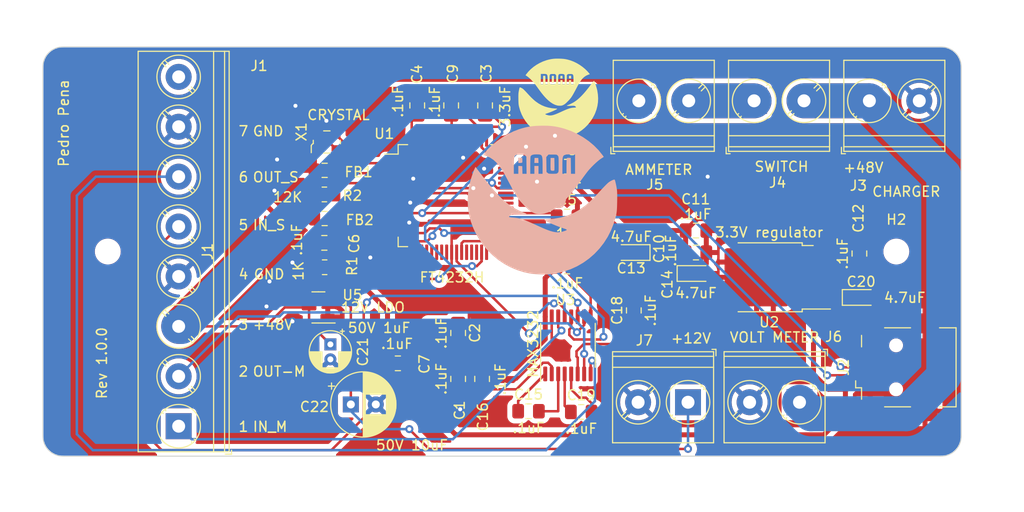
<source format=kicad_pcb>
(kicad_pcb (version 20221018) (generator pcbnew)
  (title_block (title "LADCP interface box") (rev "1.0.0"))
  (layers (0 "F.Cu" signal) (31 "B.Cu" signal) (34 "B.Paste" user) (35 "F.Paste" user) (36 "B.SilkS" user "B.Silkscreen") (37 "F.SilkS" user "F.Silkscreen") (38 "B.Mask" user) (39 "F.Mask" user) (44 "Edge.Cuts" user))
  (net 0 "")
  (net 1 "/+5V")
  (net 2 "GNDD")
  (net 3 "/+3.3V")
  (net 4 "/+1.8V")
  (net 5 "Net-(U3-C1+)")
  (net 6 "Net-(U3-C1-)")
  (net 7 "Net-(U3-VS+)")
  (net 8 "Net-(U3-VS-)")
  (net 9 "Net-(U3-C2+)")
  (net 10 "Net-(U3-C2-)")
  (net 11 "Net-(U1-VPHY)")
  (net 12 "Net-(U1-VPLL)")
  (net 13 "/RS232_ADCP_IN_MASTER")
  (net 14 "/RS232_ADCP_OUT_MASTER")
  (net 15 "/+48V")
  (net 16 "/RS232_ADCP_IN_SLAVE")
  (net 17 "/RS232_ADCP_OUT_SLAVE")
  (net 19 "Net-(J2-D-)")
  (net 20 "Net-(J2-D+)")
  (net 21 "Net-(J3-Pin_1)")
  (net 22 "Net-(J4-Pin_1)")
  (net 23 "Net-(U1-~{RESET})")
  (net 24 "Net-(U1-REF)")
  (net 25 "Net-(U1-OSCI)")
  (net 27 "/TTL_TX_A")
  (net 28 "/TTL_RX_A")
  (net 35 "/TTL_TX_B")
  (net 36 "/TTL_RX_B")
  (net 64 "/+12V")
  (footprint "TerminalBlock_Phoenix:TerminalBlock_Phoenix_PT-1,5-8-5.0-H_1x08_P5.00mm_Horizontal" (layer "F.Cu") (at 114.6 108 90)
    (fp_text reference "J1")
    (fp_text value "TERM BLK 8POS SIDE ENTRY 5MM PCB" hide)
  )
  (footprint "TerminalBlock_Phoenix:TerminalBlock_Phoenix_PT-1,5-2-5.0-H_1x02_P5.00mm_Horizontal" (layer "F.Cu") (at 160.7 75.4)
    (fp_text reference "J5")
    (fp_text value "AMMETER")
  )
  (footprint "Package_SO:TSSOP-16_4.4x5mm_P0.65mm" (layer "F.Cu") (at 153.6 99.9 90)
    (fp_text reference "U3")
    (fp_text value "MAX3232")
  )
  (footprint "Resistor_SMD:R_0805_2012Metric_Pad1.20x1.40mm_HandSolder" (layer "F.Cu") (at 129.2 84.779 180)
    (fp_text reference "R2")
    (fp_text value "12K")
  )
  (footprint "Capacitor_SMD:C_0805_2012Metric_Pad1.18x1.45mm_HandSolder" (layer "F.Cu") (at 142.6 103.2625 -90)
    (fp_text reference "C1")
    (fp_text value ".1uF")
  )
  (footprint "Connector_USB:USB_Mini-B_Wuerth_65100516121_Horizontal" (layer "F.Cu") (at 186.475 102.1 90)
    (fp_text reference "J2")
    (fp_text value "USB_B_Mini" hide)
  )
  (footprint "Inductor_SMD:L_0805_2012Metric_Pad1.15x1.40mm_HandSolder" (layer "F.Cu") (at 129.225 87.191)
    (fp_text reference "FB2")
    (fp_text value "FerriteBead_Small" hide)
  )
  (footprint "Resistor_SMD:R_0805_2012Metric_Pad1.20x1.40mm_HandSolder" (layer "F.Cu") (at 129.225 92.075 180)
    (fp_text reference "R1")
    (fp_text value "1K")
  )
  (footprint "Capacitor_Tantalum_SMD:CP_EIA-2012-12_Kemet-R_Pad1.30x1.05mm_HandSolder" (layer "F.Cu") (at 159.9375 90.6 180)
    (fp_text reference "C13")
    (fp_text value "4.7uF")
  )
  (footprint "Capacitor_SMD:C_0805_2012Metric_Pad1.18x1.45mm_HandSolder" (layer "F.Cu") (at 153.5125 92)
    (fp_text reference "C17")
    (fp_text value ".1uF")
  )
  (footprint "Capacitor_SMD:C_0805_2012Metric_Pad1.18x1.45mm_HandSolder" (layer "F.Cu") (at 145 103.2625 -90)
    (fp_text reference "C16")
    (fp_text value ".1uF")
  )
  (footprint "Capacitor_SMD:C_0805_2012Metric_Pad1.18x1.45mm_HandSolder" (layer "F.Cu") (at 153.5125 82)
    (fp_text reference "C8")
    (fp_text value ".1uF")
  )
  (footprint "MountingHole:MountingHole_2.1mm" (layer "F.Cu") (at 186.5 90.5)
    (fp_text reference "H2")
    (fp_text value "MountingHole" hide)
  )
  (footprint "Capacitor_Tantalum_SMD:CP_EIA-2012-12_Kemet-R_Pad1.30x1.05mm_HandSolder" (layer "F.Cu") (at 182.975 95.1)
    (fp_text reference "C20")
    (fp_text value "4.7uF")
  )
  (footprint "TerminalBlock_Phoenix:TerminalBlock_Phoenix_PT-1,5-2-5.0-H_1x02_P5.00mm_Horizontal" (layer "F.Cu") (at 183.8 75.4)
    (fp_text reference "J3")
    (fp_text value "CHARGER")
  )
  (footprint "Package_QFP:LQFP-64_10x10mm_P0.5mm" (layer "F.Cu") (at 141.7 84.9)
    (fp_text reference "U1")
    (fp_text value "FT4232H")
  )
  (footprint "Capacitor_SMD:C_0805_2012Metric_Pad1.18x1.45mm_HandSolder" (layer "F.Cu") (at 141.9 75.8625 90)
    (fp_text reference "C9")
    (fp_text value ".1uF")
  )
  (footprint "Capacitor_SMD:C_0805_2012Metric_Pad1.18x1.45mm_HandSolder" (layer "F.Cu") (at 154.93 106.57)
    (fp_text reference "C19")
    (fp_text value ".1uF")
  )
  (footprint "Inductor_SMD:L_0805_2012Metric_Pad1.15x1.40mm_HandSolder" (layer "F.Cu") (at 129.225 82.367)
    (fp_text reference "FB1")
    (fp_text value "FerriteBead_Small" hide)
  )
  (footprint "Oscillator:Oscillator_SMD_ECS_2520MV-xxx-xx-4Pin_2.5x2.0mm" (layer "F.Cu") (at 129.445 79.525 90)
    (fp_text reference "X1")
    (fp_text value "CRYSTAL")
  )
  (footprint "Capacitor_SMD:C_0805_2012Metric_Pad1.18x1.45mm_HandSolder" (layer "F.Cu") (at 138.5 75.8625 90)
    (fp_text reference "C4")
    (fp_text value ".1uF")
  )
  (footprint "Capacitor_SMD:C_0805_2012Metric_Pad1.18x1.45mm_HandSolder" (layer "F.Cu") (at 182.8 90.7 -90)
    (fp_text reference "C12")
    (fp_text value ".1uF")
  )
  (footprint "Capacitor_THT:CP_Radial_D4.0mm_P1.50mm" (layer "F.Cu") (at 129.8 99.8 -90)
    (fp_text reference "C21")
    (fp_text value "50V 1uF")
  )
  (footprint "Capacitor_SMD:C_0805_2012Metric_Pad1.18x1.45mm_HandSolder" (layer "F.Cu") (at 153.5125 87)
    (fp_text reference "C5")
    (fp_text value ".1uF")
  )
  (footprint "Package_TO_SOT_SMD:SOT-23" (layer "F.Cu") (at 128.6 96.1 180)
    (fp_text reference "U5")
    (fp_text value "12V LDO")
  )
  (footprint "Capacitor_SMD:C_0805_2012Metric_Pad1.18x1.45mm_HandSolder" (layer "F.Cu") (at 142.6 98.6625 -90)
    (fp_text reference "C2")
    (fp_text value ".1uF")
  )
  (footprint "Capacitor_SMD:C_0805_2012Metric_Pad1.18x1.45mm_HandSolder" (layer "F.Cu") (at 129.195 89.633 180)
    (fp_text reference "C6")
    (fp_text value ".1uF")
  )
  (footprint "ladcp_interface_box:noaa_logo_8x8" (layer "F.Cu") (at 152.62 75.14)
    (fp_text reference "G***" hide)
    (fp_text value "LOGO" hide)
  )
  (footprint "Capacitor_THT:CP_Radial_D6.3mm_P2.50mm" (layer "F.Cu") (at 131.85 105.82)
    (fp_text reference "C22")
    (fp_text value "50V 10uF")
  )
  (footprint "Capacitor_SMD:C_0805_2012Metric_Pad1.18x1.45mm_HandSolder" (layer "F.Cu") (at 160.2 96.4 90)
    (fp_text reference "C18")
    (fp_text value ".1uF")
  )
  (footprint "TerminalBlock_Phoenix:TerminalBlock_Phoenix_PT-1,5-2-5.0-H_1x02_P5.00mm_Horizontal" (layer "F.Cu") (at 176.8 105.6 180)
    (fp_text reference "J6")
    (fp_text value "VOLT METER")
  )
  (footprint "Capacitor_SMD:C_0805_2012Metric_Pad1.18x1.45mm_HandSolder" (layer "F.Cu") (at 149.65 106.5)
    (fp_text reference "C15")
    (fp_text value ".1uF")
  )
  (footprint "Capacitor_SMD:C_0805_2012Metric_Pad1.18x1.45mm_HandSolder" (layer "F.Cu") (at 166.425 90.6)
    (fp_text reference "C10")
    (fp_text value ".1uF")
  )
  (footprint "Capacitor_Tantalum_SMD:CP_EIA-2012-12_Kemet-R_Pad1.30x1.05mm_HandSolder" (layer "F.Cu") (at 166.425 92.7)
    (fp_text reference "C14")
    (fp_text value "4.7uF")
  )
  (footprint "Capacitor_SMD:C_0805_2012Metric_Pad1.18x1.45mm_HandSolder" (layer "F.Cu") (at 136.5625 101.7)
    (fp_text reference "C7")
    (fp_text value ".1uF")
  )
  (footprint "TerminalBlock_Phoenix:TerminalBlock_Phoenix_PT-1,5-2-5.0-H_1x02_P5.00mm_Horizontal" (layer "F.Cu") (at 165.63 105.6 180)
    (fp_text reference "J7")
    (fp_text value "+12V")
  )
  (footprint "Capacitor_SMD:C_0805_2012Metric_Pad1.18x1.45mm_HandSolder" (layer "F.Cu") (at 145.3 75.8625 90)
    (fp_text reference "C3")
    (fp_text value "3.3uF")
  )
  (footprint "TerminalBlock_Phoenix:TerminalBlock_Phoenix_PT-1,5-2-5.0-H_1x02_P5.00mm_Horizontal" (layer "F.Cu") (at 172.25 75.4)
    (fp_text reference "J4")
    (fp_text value "SWITCH")
  )
  (footprint "Capacitor_SMD:C_0805_2012Metric_Pad1.18x1.45mm_HandSolder" (layer "F.Cu") (at 166.425 88.4)
    (fp_text reference "C11")
    (fp_text value ".1uF")
  )
  (footprint "MountingHole:MountingHole_2.1mm" (layer "F.Cu") (at 107.5 90.5)
    (fp_text reference "H1" hide)
    (fp_text value "MountingHole" hide)
  )
  (footprint "Package_TO_SOT_SMD:TO-252-3_TabPin2" (layer "F.Cu") (at 173.76 93.08 180)
    (fp_text reference "U2")
    (fp_text value "3.3V regulator")
  )
  (footprint "ladcp_interface_box:noaa_logo" (layer "B.Cu") (at 151.06 85.33 180)
    (fp_text reference "G***")
    (fp_text value "LOGO" hide)
  )
  (gr_arc (start 103 111) (mid 101.585786 110.414214) (end 101 109) (stroke (width 0.1)) (layer "Edge.Cuts"))
  (gr_line (start 103 70) (end 191 70) (stroke (width 0.1)) (layer "Edge.Cuts"))
  (gr_arc (start 101 72) (mid 101.585786 70.585786) (end 103 70) (stroke (width 0.1)) (layer "Edge.Cuts"))
  (gr_arc (start 191 70) (mid 192.414214 70.585786) (end 193 72) (stroke (width 0.1)) (layer "Edge.Cuts"))
  (gr_line (start 101 109) (end 101 72) (stroke (width 0.1)) (layer "Edge.Cuts"))
  (gr_arc (start 193 109) (mid 192.414214 110.414214) (end 191 111) (stroke (width 0.1)) (layer "Edge.Cuts"))
  (gr_line (start 191 111) (end 103 111) (stroke (width 0.1)) (layer "Edge.Cuts"))
  (gr_line (start 193 72) (end 193 109) (stroke (width 0.1)) (layer "Edge.Cuts"))
  (gr_text "Rev 1.0.0" (at 107.49 105.37 90) (layer "F.SilkS") (effects (font (size 1 1)) (justify left bottom)))
  (gr_text "Pedro Pena" (at 103.67 82.1 90) (layer "F.SilkS") (effects (font (size 1 1)) (justify left bottom)))
  (segment (start 145 102.225) (end 148.375 102.225) (width 0.5) (layer "F.Cu") (net 1))
  (segment (start 151.325 97.0375) (end 151.325 93.15) (width 0.5) (layer "F.Cu") (net 1))
  (segment (start 141 107.5) (end 142.36 108.86) (width 0.5) (layer "F.Cu") (net 1))
  (segment (start 148.375 102.225) (end 151.325 99.275) (width 0.5) (layer "F.Cu") (net 1))
  (segment (start 181.4 106.71) (end 181.4 104.425) (width 0.5) (layer "F.Cu") (net 1))
  (segment (start 182.125 103.7) (end 181.662 104.162) (width 0.5) (layer "F.Cu") (net 1))
  (segment (start 181.4 104.425) (end 181.524 104.3) (width 0.5) (layer "F.Cu") (net 1))
  (segment (start 178.2 102.8) (end 178.2 95.96) (width 0.5) (layer "F.Cu") (net 1))
  (segment (start 181.524 104.3) (end 181.662 104.162) (width 0.5) (layer "F.Cu") (net 1))
  (segment (start 142.6 102.225) (end 145 102.225) (width 0.5) (layer "F.Cu") (net 1))
  (segment (start 151.325 93.15) (end 152.475 92) (width 0.5) (layer "F.Cu") (net 1))
  (segment (start 141 102.7) (end 141 107.5) (width 0.5) (layer "F.Cu") (net 1))
  (segment (start 142.6 102.225) (end 141.475 102.225) (width 0.5) (layer "F.Cu") (net 1))
  (segment (start 179.7 104.3) (end 178.2 102.8) (width 0.5) (layer "F.Cu") (net 1))
  (segment (start 181.662 104.162) (end 181.525 104.3) (width 0.5) (layer "F.Cu") (net 1))
  (segment (start 181.524 104.3) (end 179.7 104.3) (width 0.5) (layer "F.Cu") (net 1))
  (segment (start 183.875 103.7) (end 182.125 103.7) (width 0.5) (layer "F.Cu") (net 1))
  (segment (start 141.475 102.225) (end 141 102.7) (width 0.5) (layer "F.Cu") (net 1))
  (segment (start 178.8 95.36) (end 181.74 95.36) (width 0.5) (layer "F.Cu") (net 1))
  (segment (start 151.325 99.275) (end 151.325 97.0375) (width 0.5) (layer "F.Cu") (net 1))
  (segment (start 181.525 104.3) (end 181.524 104.3) (width 0.5) (layer "F.Cu") (net 1))
  (segment (start 142.36 108.86) (end 179.25 108.86) (width 0.5) (layer "F.Cu") (net 1))
  (segment (start 178.2 95.96) (end 178.8 95.36) (width 0.5) (layer "F.Cu") (net 1))
  (segment (start 179.25 108.86) (end 181.4 106.71) (width 0.5) (layer "F.Cu") (net 1))
  (segment (start 128.2 84.779) (end 124.579 84.779) (width 0.5) (layer "F.Cu") (net 2))
  (segment (start 147.375 87.65) (end 141.95 87.65) (width 0.25) (layer "F.Cu") (net 2))
  (segment (start 128.1575 89.633) (end 127.967 89.633) (width 0.5) (layer "F.Cu") (net 2))
  (segment (start 137.687 87.4512) (end 136.988 88.15) (width 0.25) (layer "F.Cu") (net 2))
  (segment (start 137.687 87.451068) (end 137.385932 87.15) (width 0.25) (layer "F.Cu") (net 2))
  (segment (start 144.45 80.065685) (end 143.415685 81.1) (width 0.25) (layer "F.Cu") (net 2))
  (segment (start 143.68 94.3158) (end 141.95 92.5857) (width 0.25) (layer "F.Cu") (net 2))
  (segment (start 144.45 79.225) (end 144.45 80.065685) (width 0.25) (layer "F.Cu") (net 2))
  (segment (start 167.462 88.4) (end 167.462 89.5) (width 0.25) (layer "F.Cu") (net 2))
  (segment (start 136.025 83.15) (end 138.05 83.15) (width 0.25) (layer "F.Cu") (net 2))
  (segment (start 147.375 81.65) (end 145.75 81.65) (width 0.25) (layer "F.Cu") (net 2))
  (segment (start 130.37 80.25) (end 129.4 79.28) (width 0.25) (layer "F.Cu") (net 2))
  (segment (start 143.588 103.312) (end 142.6 104.3) (width 0.25) (layer "F.Cu") (net 2))
  (segment (start 172.5 93.08) (end 178.8 93.08) (width 0.25) (layer "F.Cu") (net 2))
  (segment (start 141.95 87.65) (end 137.886 87.65) (width 0.25) (layer "F.Cu") (net 2))
  (segment (start 137.7 87.6) (end 137.687 87.4512) (width 0.25) (layer "F.Cu") (net 2))
  (segment (start 141.95 92.5857) (end 141.95 90.575) (width 0.25) (layer "F.Cu") (net 2))
  (segment (start 167.462 89.5) (end 167.462 90.05) (width 0.25) (layer "F.Cu") (net 2))
  (segment (start 137.385932 87.15) (end 136.025 87.15) (width 0.25) (layer "F.Cu") (net 2))
  (segment (start 136.865685 81.15) (end 138.1 82.384315) (width 0.25) (layer "F.Cu") (net 2))
  (segment (start 137.8 85.6) (end 137.35 86.05) (width 0.5) (layer "F.Cu") (net 2))
  (segment (start 151.975 99.7951) (end 148.458 103.312) (width 0.25) (layer "F.Cu") (net 2))
  (segment (start 143.68 98.6199) (end 143.68 94.3158) (width 0.25) (layer "F.Cu") (net 2))
  (segment (start 138.05 83.15) (end 138.1 83.1) (width 0.25) (layer "F.Cu") (net 2))
  (segment (start 136.025 86.15) (end 136.025 85.65) (width 0.25) (layer "F.Cu") (net 2))
  (segment (start 129.4 79.28) (end 129.4 77.4) (width 0.25) (layer "F.Cu") (net 2))
  (segment (start 145.75 81.65) (end 145.2 82.2) (width 0.25) (layer "F.Cu") (net 2))
  (segment (start 136.025 81.15) (end 136.865685 81.15) (width 0.25) (layer "F.Cu") (net 2))
  (segment (start 137.687 87.4512) (end 137.687 87.451068) (width 0.25) (layer "F.Cu") (net 2))
  (segment (start 143.415685 81.1) (end 143.1 81.1) (width 0.25) (layer "F.Cu") (net 2))
  (segment (start 137.35 86.05) (end 136.125 86.05) (width 0.5) (layer "F.Cu") (net 2))
  (segment (start 138.1 83.2) (end 138.05 83.15) (width 0.25) (layer "F.Cu") (net 2))
  (segment (start 124.579 84.779) (end 124.2 84.4) (width 0.5) (layer "F.Cu") (net 2))
  (segment (start 136.988 88.15) (end 136.025 88.15) (width 0.25) (layer "F.Cu") (net 2))
  (segment (start 167.462 89.5) (end 167.4625 89.4995) (width 0.25) (layer "F.Cu") (net 2))
  (segment (start 141.95 90.575) (end 141.95 87.65) (width 0.25) (layer "F.Cu") (net 2))
  (segment (start 142.6 99.7) (end 143.68 98.6199) (width 0.25) (layer "F.Cu") (net 2))
  (segment (start 127.967 89.633) (end 126 91.6) (width 0.5) (layer "F.Cu") (net 2))
  (segment (start 138.1 82.384315) (end 138.1 83.2) (width 0.25) (layer "F.Cu") (net 2))
  (segment (start 148.458 103.312) (end 143.588 103.312) (width 0.25) (layer "F.Cu") (net 2))
  (segment (start 151.975 97.0375) (end 151.975 99.7951) (width 0.25) (layer "F.Cu") (net 2))
  (segment (start 167.4625 89.4995) (end 167.4625 88.4) (width 0.25) (layer "F.Cu") (net 2))
  (segment (start 137.886 87.65) (end 137.7 87.6) (width 0.25) (layer "F.Cu") (net 2))
  (via (at 129.4 77.4) (size 0.8) (drill 0.4) (layers "F.Cu" "B.Cu") (net 2))
  (via (at 138.1 83.2) (size 0.8) (drill 0.4) (layers "F.Cu" "B.Cu") (net 2))
  (via (at 150.5 83.5) (size 0.8) (drill 0.4) (layers "F.Cu" "B.Cu") (net 2))
  (via (at 126 97.5) (size 0.8) (drill 0.4) (layers "F.Cu" "B.Cu") (net 2))
  (via (at 124.2 84.4) (size 0.8) (drill 0.4) (layers "F.Cu" "B.Cu") (net 2))
  (via (at 123.4 96) (size 0.8) (drill 0.4) (layers "F.Cu" "B.Cu") (net 2))
  (via (at 145.2 82.2) (size 0.8) (drill 0.4) (layers "F.Cu" "B.Cu") (net 2))
  (via (at 123.7 93.5) (size 0.8) (drill 0.4) (layers "F.Cu" "B.Cu") (net 2))
  (via (at 143.1 81.1) (size 0.8) (drill 0.4) (layers "F.Cu" "B.Cu") (net 2))
  (via (at 167.6 83) (size 0.8) (drill 0.4) (layers "F.Cu" "B.Cu") (net 2))
  (via (at 124.46 81.28) (size 0.8) (drill 0.4) (layers "F.Cu" "B.Cu") (net 2))
  (via (at 137.8 85.6) (size 0.8) (drill 0.4) (layers "F.Cu" "B.Cu") (net 2))
  (via (at 137.7 87.6) (size 0.8) (drill 0.4) (layers "F.Cu" "B.Cu") (net 2))
  (via (at 133.8 91.1) (size 0.8) (drill 0.4) (layers "F.Cu" "B.Cu") (net 2))
  (via (at 126.3 75.9) (size 0.8) (drill 0.4) (layers "F.Cu" "B.Cu") (net 2))
  (via (at 142.8 106.3) (size 0.8) (drill 0.4) (layers "F.Cu" "B.Cu") (net 2))
  (via (at 126 91.6) (size 0.8) (drill 0.4) (layers "F.Cu" "B.Cu") (net 2))
  (via (at 152.3 78.9) (size 0.8) (drill 0.4) (layers "F.Cu" "B.Cu") (net 2))
  (segment (start 128.2 82.367) (end 124.533 82.367) (width 0.5) (layer "F.Cu") (net 3))
  (segment (start 178.77 87.2016) (end 166.586 87.2016) (width 0.5) (layer "F.Cu") (net 3))
  (segment (start 152.475 82) (end 158.875 88.4) (width 0.5) (layer "F.Cu") (net 3))
  (segment (start 144.4699 91.9588) (end 143.9896 91.9588) (width 0.25) (layer "F.Cu") (net 3))
  (segment (start 123.3 83.6) (end 123.3 85.8) (width 0.5) (layer "F.Cu") (net 3))
  (segment (start 150.225 82) (end 152.475 82) (width 0.5) (layer "F.Cu") (net 3))
  (segment (start 124.691 87.191) (end 128.2 87.191) (width 0.5) (layer "F.Cu") (net 3))
  (segment (start 144.95 78.384315) (end 143.465685 76.9) (width 0.25) (layer "F.Cu") (net 3))
  (segment (start 132.365 93.2472) (end 135.525 96.4068) (width 0.5) (layer "F.Cu") (net 3))
  (segment (start 128.52 78.8) (end 128.52 80.25) (width 0.5) (layer "F.Cu") (net 3))
  (segment (start 128.2 80.57) (end 128.2 82.367) (width 0.5) (layer "F.Cu") (net 3))
  (segment (start 143.465685 76.9) (end 141.9 76.9) (width 0.25) (layer "F.Cu") (net 3))
  (segment (start 178.8 90.8) (end 178.8 90.4) (width 0.5) (layer "F.Cu") (net 3))
  (segment (start 149.4 80) (end 147.5 80) (width 0.25) (layer "F.Cu") (net 3))
  (segment (start 180.969 89.4) (end 182.538 89.4) (width 0.5) (layer "F.Cu") (net 3))
  (segment (start 165.388 88.4) (end 165.388 90.6) (width 0.5) (layer "F.Cu") (net 3))
  (segment (start 144.95 91.4787) (end 144.4699 91.9588) (width 0.25) (layer "F.Cu") (net 3))
  (segment (start 165.388 92.6375) (end 165.388 90.6) (width 0.5) (layer "F.Cu") (net 3))
  (segment (start 139.45 93.2472) (end 140.6742 93.2472) (width 0.25) (layer "F.Cu") (net 3))
  (segment (start 139.45 93.2472) (end 139.45 90.575) (width 0.25) (layer "F.Cu") (net 3))
  (segment (start 180.969 89.4) (end 178.77 87.2016) (width 0.5) (layer "F.Cu") (net 3))
  (segment (start 129.195 88.186) (end 129.195 91.105) (width 0.5) (layer "F.Cu") (net 3))
  (segment (start 129.195 91.105) (end 128.225 92.075) (width 0.5) (layer "F.Cu") (net 3))
  (segment (start 145.384315 80.5) (end 144.95 80.065685) (width 0.25) (layer "F.Cu") (net 3))
  (segment (start 128.52 80.25) (end 128.2 80.57) (width 0.5) (layer "F.Cu") (net 3))
  (segment (start 179.8 89.4) (end 180.969 89.4) (width 0.5) (layer "F.Cu") (net 3))
  (segment (start 132.365 93.2472) (end 139.45 93.2472) (width 0.25) (layer "F.Cu") (net 3))
  (segment (start 147.375 84.15) (end 146.5239 84.15) (width 0.25) (layer "F.Cu") (net 3))
  (segment (start 128.225 92.075) (end 129.397 93.2472) (width 0.5) (layer "F.Cu") (net 3))
  (segment (start 147.5 80) (end 147 80.5) (width 0.25) (layer "F.Cu") (net 3))
  (segment (start 166.586 87.2016) (end 165.388 88.4) (width 0.5) (layer "F.Cu") (net 3))
  (segment (start 124.533 82.367) (end 123.3 83.6) (width 0.5) (layer "F.Cu") (net 3))
  (segment (start 123.3 85.8) (end 124.691 87.191) (width 0.5) (layer "F.Cu") (net 3))
  (segment (start 141.95 79.225) (end 141.95 76.95) (width 0.25) (layer "F.Cu") (net 3))
  (segment (start 144.95 79.225) (end 144.95 78.384315) (width 0.25) (layer "F.Cu") (net 3))
  (segment (start 149.4 81.175) (end 150.225 82) (width 0.5) (layer "F.Cu") (net 3))
  (segment (start 160.9125 90.6) (end 165.3875 90.6) (width 0.5) (layer "F.Cu") (net 3))
  (segment (start 129.397 93.2472) (end 132.365 93.2472) (width 0.5) (layer "F.Cu") (net 3))
  (segment (start 178.8 90.4) (end 179.8 89.4) (width 0.5) (layer "F.Cu") (net 3))
  (segment (start 135.525 101.7) (end 139.6 97.625) (width 0.5) (layer "F.Cu") (net 3))
  (segment (start 149.4 80) (end 149.4 81.175) (width 0.5) (layer "F.Cu") (net 3))
  (segment (start 135.525 96.4068) (end 135.525 101.7) (width 0.5) (layer "F.Cu") (net 3))
  (segment (start 144.95 80.065685) (end 144.95 79.225) (width 0.25) (layer "F.Cu") (net 3))
  (segment (start 146.5239 84.15) (end 145.9896 83.6157) (width 0.25) (layer "F.Cu") (net 3))
  (segment (start 139.6 97.625) (end 142.6 97.625) (width 0.5) (layer "F.Cu") (net 3))
  (segment (start 144.95 90.575) (end 144.95 91.4787) (width 0.25) (layer "F.Cu") (net 3))
  (segment (start 147 80.5) (end 145.384315 80.5) (width 0.25) (layer "F.Cu") (net 3))
  (segment (start 158.875 88.4) (end 165.3875 88.4) (width 0.5) (layer "F.Cu") (net 3))
  (segment (start 128.2 87.191) (end 129.195 88.186) (width 0.5) (layer "F.Cu") (net 3))
  (via (at 145.9896 83.6157) (size 0.8) (drill 0.4) (layers "F.Cu" "B.Cu") (net 3))
  (via (at 140.6742 93.2472) (size 0.8) (drill 0.4) (layers "F.Cu" "B.Cu") (net 3))
  (via (at 143.9896 91.9588) (size 0.8) (drill 0.4) (layers "F.Cu" "B.Cu") (net 3))
  (via (at 149.4 80) (size 0.8) (drill 0.4) (layers "F.Cu" "B.Cu") (net 3))
  (segment (start 149.4 80) (end 149.1125 80) (width 0.25) (layer "B.Cu") (net 3))
  (segment (start 139.2941 89.2903) (end 139.2941 87.99) (width 0.25) (layer "B.Cu") (net 3))
  (segment (start 141.9626 91.9588) (end 140.6742 93.2472) (width 0.25) (layer "B.Cu") (net 3))
  (segment (start 141.9626 91.9588) (end 143.9896 91.9588) (width 0.25) (layer "B.Cu") (net 3))
  (segment (start 143.397 83.849695) (end 143.877395 83.3693) (width 0.25) (layer "B.Cu") (net 3))
  (segment (start 143.397 83.8871) (end 143.397 83.849695) (width 0.25) (layer "B.Cu") (net 3))
  (segment (start 139.2941 87.99) (end 143.397 83.8871) (width 0.25) (layer "B.Cu") (net 3))
  (segment (start 141.9626 91.9588) (end 139.2941 89.2903) (width 0.25) (layer "B.Cu") (net 3))
  (segment (start 149.1125 80) (end 145.7432 83.3693) (width 0.25) (layer "B.Cu") (net 3))
  (segment (start 145.7432 83.3693) (end 145.9896 83.6157) (width 0.25) (layer "B.Cu") (net 3))
  (segment (start 143.877395 83.3693) (end 145.7432 83.3693) (width 0.25) (layer "B.Cu") (net 3))
  (segment (start 147 77.8) (end 146.1 76.9) (width 0.25) (layer "F.Cu") (net 4))
  (segment (start 147 78) (end 147 77.8) (width 0.25) (layer "F.Cu") (net 4))
  (segment (start 146.1 76.9) (end 145.3 76.9) (width 0.25) (layer "F.Cu") (net 4))
  (segment (start 145.7 78) (end 145.45 78.25) (width 0.25) (layer "F.Cu") (net 4))
  (segment (start 152.125 86.65) (end 147.375 86.65) (width 0.25) (layer "F.Cu") (net 4))
  (segment (start 147 78) (end 145.7 78) (width 0.25) (layer "F.Cu") (net 4))
  (segment (start 145.3 76.9) (end 144.2 75.8) (width 0.25) (layer "F.Cu") (net 4))
  (segment (start 145.45 78.25) (end 145.45 79.225) (width 0.25) (layer "F.Cu") (net 4))
  (segment (start 137.95 79.225) (end 137.95 77.45) (width 0.25) (layer "F.Cu") (net 4))
  (segment (start 144.2 75.8) (end 139.6 75.8) (width 0.25) (layer "F.Cu") (net 4))
  (segment (start 130.2325 89.633) (end 130.967 89.633) (width 0.25) (layer "F.Cu") (net 4))
  (segment (start 137.95 77.45) (end 138.5 76.9) (width 0.25) (layer "F.Cu") (net 4))
  (segment (start 130.967 89.633) (end 133.95 86.65) (width 0.25) (layer "F.Cu") (net 4))
  (segment (start 133.95 86.65) (end 136.025 86.65) (width 0.25) (layer "F.Cu") (net 4))
  (segment (start 139.6 75.8) (end 138.5 76.9) (width 0.25) (layer "F.Cu") (net 4))
  (segment (start 139 86.65) (end 136.025 86.65) (width 0.25) (layer "F.Cu") (net 4))
  (segment (start 139 86.65) (end 147.375 86.65) (width 0.25) (layer "F.Cu") (net 4))
  (via (at 139 86.65) (size 0.8) (drill 0.4) (layers "F.Cu" "B.Cu") (net 4))
  (via (at 147 78) (size 0.8) (drill 0.4) (layers "F.Cu" "B.Cu") (net 4))
  (segment (start 147 78) (end 147 78.65) (width 0.25) (layer "B.Cu") (net 4))
  (segment (start 147 78.65) (end 139 86.65) (width 0.25) (layer "B.Cu") (net 4))
  (segment (start 149.8755 104.212) (end 151.325 102.7625) (width 0.25) (layer "F.Cu") (net 5))
  (segment (start 148.6125 105.4745) (end 149.875 104.212) (width 0.25) (layer "F.Cu") (net 5))
  (segment (start 148.6125 106.5) (end 148.6125 105.4745) (width 0.25) (layer "F.Cu") (net 5))
  (segment (start 149.875 104.212) (end 149.8755 104.212) (width 0.25) (layer "F.Cu") (net 5))
  (segment (start 149.875 104.212) (end 151.325 102.762) (width 0.25) (layer "F.Cu") (net 5))
  (segment (start 150.6875 106.5) (end 152.6 106.5) (width 0.25) (layer "F.Cu") (net 6))
  (segment (start 152.625 106.475) (end 152.625 102.7625) (width 0.25) (layer "F.Cu") (net 6))
  (segment (start 152.6 106.5) (end 152.625 106.475) (width 0.25) (layer "F.Cu") (net 6))
  (segment (start 151.975 102.762) (end 151.975 102.007) (width 0.25) (layer "F.Cu") (net 7))
  (segment (start 151.611 101.643) (end 151.103 101.643) (width 0.25) (layer "F.Cu") (net 7))
  (segment (start 151.975 102.007) (end 151.611 101.643) (width 0.25) (layer "F.Cu") (net 7))
  (segment (start 151.103 101.643) (end 148.446 104.3) (width 0.25) (layer "F.Cu") (net 7))
  (segment (start 148.446 104.3) (end 145 104.3) (width 0.25) (layer "F.Cu") (net 7))
  (segment (start 154.46 100.489695) (end 155.180795 99.7689) (width 0.25) (layer "F.Cu") (net 8))
  (segment (start 154.58 102.7575) (end 154.58 101.130305) (width 0.25) (layer "F.Cu") (net 8))
  (segment (start 157.8686 99.7689) (end 160.2 97.4375) (width 0.25) (layer "F.Cu") (net 8))
  (segment (start 154.575 102.7625) (end 154.58 102.7575) (width 0.25) (layer "F.Cu") (net 8))
  (segment (start 154.46 101.010305) (end 154.46 100.489695) (width 0.25) (layer "F.Cu") (net 8))
  (segment (start 154.58 101.130305) (end 154.46 101.010305) (width 0.25) (layer "F.Cu") (net 8))
  (segment (start 155.180795 99.7689) (end 157.8686 99.7689) (width 0.25) (layer "F.Cu") (net 8))
  (segment (start 153.275 102.7625) (end 153.275 105.9525) (width 0.25) (layer "F.Cu") (net 9))
  (segment (start 153.275 105.9525) (end 153.8925 106.57) (width 0.25) (layer "F.Cu") (net 9))
  (segment (start 155.9675 105.6975) (end 155.9675 106.57) (width 0.25) (layer "F.Cu") (net 10))
  (segment (start 153.925 104.315) (end 154.75 105.14) (width 0.25) (layer "F.Cu") (net 10))
  (segment (start 153.925 102.7625) (end 153.925 104.315) (width 0.25) (layer "F.Cu") (net 10))
  (segment (start 154.75 105.14) (end 155.41 105.14) (width 0.25) (layer "F.Cu") (net 10))
  (segment (start 155.41 105.14) (end 155.9675 105.6975) (width 0.25) (layer "F.Cu") (net 10))
  (segment (start 130.533 82.65) (end 136.025 82.65) (width 0.25) (layer "F.Cu") (net 11))
  (segment (start 132.291 85.15) (end 136.025 85.15) (width 0.25) (layer "F.Cu") (net 12))
  (segment (start 130.25 87.191) (end 132.291 85.15) (width 0.25) (layer "F.Cu") (net 12))
  (segment (start 152.625 98.0927) (end 152.953 98.4203) (width 0.25) (layer "F.Cu") (net 13))
  (segment (start 152.625 97.0375) (end 152.625 98.0927) (width 0.25) (layer "F.Cu") (net 13))
  (via (at 152.953 98.4203) (size 0.8) (drill 0.4) (layers "F.Cu" "B.Cu") (net 13))
  (segment (start 142.0733 109.3) (end 152.953 98.4203) (width 0.25) (layer "B.Cu") (net 13))
  (segment (start 115.9 109.3) (end 142.0733 109.3) (width 0.25) (layer "B.Cu") (net 13))
  (segment (start 114.6 108) (end 115.9 109.3) (width 0.25) (layer "B.Cu") (net 13))
  (segment (start 152.203 95.6941) (end 152.707 95.6941) (width 0.25) (layer "F.Cu") (net 14))
  (segment (start 152.707 95.6941) (end 153.275 96.2623) (width 0.25) (layer "F.Cu") (net 14))
  (segment (start 153.275 96.2623) (end 153.275 97.0375) (width 0.25) (layer "F.Cu") (net 14))
  (via (at 152.203 95.6941) (size 0.8) (drill 0.4) (layers "F.Cu" "B.Cu") (net 14))
  (segment (start 120.6 97) (end 114.6 103) (width 0.25) (layer "B.Cu") (net 14))
  (segment (start 125.1 96.6) (end 124.7 97) (width 0.25) (layer "B.Cu") (net 14))
  (segment (start 151.664 95.6941) (end 150.7581 96.6) (width 0.25) (layer "B.Cu") (net 14))
  (segment (start 124.7 97) (end 120.6 97) (width 0.25) (layer "B.Cu") (net 14))
  (segment (start 152.203 95.6941) (end 151.664 95.6941) (width 0.25) (layer "B.Cu") (net 14))
  (segment (start 150.7581 96.6) (end 125.1 96.6) (width 0.25) (layer "B.Cu") (net 14))
  (segment (start 114.6 98) (end 120.9 91.7) (width 3.5) (layer "F.Cu") (net 15))
  (segment (start 123.32 98) (end 114.6 98) (width 0.25) (layer "F.Cu") (net 15))
  (segment (start 124.95 71.75) (end 157.05 71.75) (width 3.5) (layer "F.Cu") (net 15))
  (segment (start 127.6625 96.1) (end 127.6625 97.6625) (width 0.25) (layer "F.Cu") (net 15))
  (segment (start 127.6625 97.6625) (end 129.8 99.8) (width 0.25) (layer "F.Cu") (net 15))
  (segment (start 127.6625 96.1) (end 125.22 96.1) (width 0.25) (layer "F.Cu") (net 15))
  (segment (start 157.05 71.75) (end 160.7 75.4) (width 3.5) (layer "F.Cu") (net 15))
  (segment (start 120.9 91.7) (end 120.9 75.8) (width 3.5) (layer "F.Cu") (net 15))
  (segment (start 120.9 75.8) (end 124.95 71.75) (width 3.5) (layer "F.Cu") (net 15))
  (segment (start 125.22 96.1) (end 123.32 98) (width 0.25) (layer "F.Cu") (net 15))
  (segment (start 114.9 98) (end 114.6 98) (width 3.5) (layer "B.Cu") (net 15))
  (segment locked (start 160.626 75.4745) (end 137.4255 75.4745) (width 3.5) (layer "B.Cu") (net 15))
  (segment (start 160.7 75.4) (end 160.626 75.4745) (width 3.5) (layer "B.Cu") (net 15))
  (segment locked (start 137.4255 75.4745) (end 114.9 98) (width 3.5) (layer "B.Cu") (net 15))
  (segment (start 112.9 110.4) (end 110.1 107.6) (width 0.25) (layer "F.Cu") (net 16))
  (segment (start 155.225 100.75) (end 155.225 102.762) (width 0.25) (layer "F.Cu") (net 16))
  (segment (start 133.14 107.16) (end 129.9 110.4) (width 0.25) (layer "F.Cu") (net 16))
  (segment (start 133.454 95.5934) (end 133.14 95.9074) (width 0.25) (layer "F.Cu") (net 16))
  (segment (start 110.1 107.6) (end 110.1 92.5) (width 0.25) (layer "F.Cu") (net 16))
  (segment (start 133.14 95.9074) (end 133.14 107.16) (width 0.25) (layer "F.Cu") (net 16))
  (segment (start 110.1 92.5) (end 114.6 88) (width 0.25) (layer "F.Cu") (net 16))
  (segment (start 129.9 110.4) (end 112.9 110.4) (width 0.25) (layer "F.Cu") (net 16))
  (via (at 133.454 95.5934) (size 0.8) (drill 0.4) (layers "F.Cu" "B.Cu") (net 16))
  (via (at 155.225 100.75) (size 0.8) (drill 0.4) (layers "F.Cu" "B.Cu") (net 16))
  (segment (start 155.225 98.2831) (end 153.245 96.3028) (width 0.25) (layer "B.Cu") (net 16))
  (segment (start 134.102 94.9453) (end 133.454 95.5934) (width 0.25) (layer "B.Cu") (net 16))
  (segment (start 152.514 94.9453) (end 134.102 94.9453) (width 0.25) (layer "B.Cu") (net 16))
  (segment (start 155.225 100.75) (end 155.225 98.2831) (width 0.25) (layer "B.Cu") (net 16))
  (segment (start 153.245 96.3028) (end 153.245 95.676) (width 0.25) (layer "B.Cu") (net 16))
  (segment (start 153.245 95.676) (end 152.514 94.9453) (width 0.25) (layer "B.Cu") (net 16))
  (segment (start 155.875 102.762) (end 155.875 101.56) (width 0.25) (layer "F.Cu") (net 17))
  (segment (start 155.875 101.56) (end 156.014 101.421) (width 0.25) (layer "F.Cu") (net 17))
  (via (at 156.014 101.421) (size 0.8) (drill 0.4) (layers "F.Cu" "B.Cu") (net 17))
  (segment (start 104.4 84.9) (end 104.4 108.8) (width 0.25) (layer "B.Cu") (net 17))
  (segment (start 106.3 83) (end 104.4 84.9) (width 0.25) (layer "B.Cu") (net 17))
  (segment (start 104.4 108.8) (end 106 110.4) (width 0.25) (layer "B.Cu") (net 17))
  (segment (start 114.6 83) (end 106.3 83) (width 0.25) (layer "B.Cu") (net 17))
  (segment (start 156.3 101.707) (end 156.014 101.421) (width 0.25) (layer "B.Cu") (net 17))
  (segment (start 106 110.4) (end 151.4 110.4) (width 0.25) (layer "B.Cu") (net 17))
  (segment (start 156.3 105.5) (end 156.3 101.707) (width 0.25) (layer "B.Cu") (net 17))
  (segment (start 151.4 110.4) (end 156.3 105.5) (width 0.25) (layer "B.Cu") (net 17))
  (segment (start 183.875 102.9) (end 179.568 102.9) (width 0.25) (layer "F.Cu") (net 19))
  (segment (start 136.025 84.15) (end 144.122 84.15) (width 0.25) (layer "F.Cu") (net 19))
  (via (at 179.568 102.9) (size 0.8) (drill 0.4) (layers "F.Cu" "B.Cu") (net 19))
  (via (at 144.122 84.15) (size 0.8) (drill 0.4) (layers "F.Cu" "B.Cu") (net 19))
  (segment (start 163.726 87.0584) (end 147.031 87.0584) (width 0.25) (layer "B.Cu") (net 19))
  (segment (start 147.031 87.0584) (end 144.122 84.15) (width 0.25) (layer "B.Cu") (net 19))
  (segment (start 179.568 102.9) (end 163.726 87.0584) (width 0.25) (layer "B.Cu") (net 19))
  (segment (start 180.931 102.1) (end 183.875 102.1) (width 0.25) (layer "F.Cu") (net 20))
  (segment (start 180.902 102.07) (end 180.931 102.1) (width 0.25) (layer "F.Cu") (net 20))
  (segment (start 136.025 84.65) (end 143.53 84.65) (width 0.25) (layer "F.Cu") (net 20))
  (segment (start 143.756 84.8769) (end 145.984 84.8769) (width 0.25) (layer "F.Cu") (net 20))
  (segment (start 143.53 84.65) (end 143.756 84.8769) (width 0.25) (layer "F.Cu") (net 20))
  (via (at 180.902 102.07) (size 0.8) (drill 0.4) (layers "F.Cu" "B.Cu") (net 20))
  (via (at 145.984 84.8769) (size 0.8) (drill 0.4) (layers "F.Cu" "B.Cu") (net 20))
  (segment (start 163.708 84.8769) (end 145.984 84.8769) (width 0.25) (layer "B.Cu") (net 20))
  (segment (start 180.902 102.07) (end 163.708 84.8769) (width 0.25) (layer "B.Cu") (net 20))
  (segment locked (start 177.25 75.4) (end 183.8 75.4) (width 3.5) (layer "F.Cu") (net 21))
  (segment locked (start 187.5 106.75) (end 191.25 103) (width 3.5) (layer "B.Cu") (net 21))
  (segment locked (start 191.25 82.85) (end 183.8 75.4) (width 3.5) (layer "B.Cu") (net 21))
  (segment locked (start 177.95 106.75) (end 187.5 106.75) (width 3.5) (layer "B.Cu") (net 21))
  (segment (start 177.25 75.4) (end 183.8 75.4) (width 3.5) (layer "B.Cu") (net 21))
  (segment locked (start 191.25 103) (end 191.25 82.85) (width 3.5) (layer "B.Cu") (net 21))
  (segment locked (start 176.8 105.6) (end 177.95 106.75) (width 3.5) (layer "B.Cu") (net 21))
  (segment locked (start 165.7 75.4) (end 172.25 75.4) (width 3.5) (layer "F.Cu") (net 22))
  (segment (start 172.25 75.4) (end 165.7 75.4) (width 3.5) (layer "B.Cu") (net 22))
  (segment (start 130.225 92.075) (end 134.65 87.65) (width 0.25) (layer "F.Cu") (net 23))
  (segment (start 134.65 87.65) (end 136.025 87.65) (width 0.25) (layer "F.Cu") (net 23))
  (segment (start 130.2 84.779) (end 131.329 83.65) (width 0.25) (layer "F.Cu") (net 24))
  (segment (start 131.329 83.65) (end 136.025 83.65) (width 0.25) (layer "F.Cu") (net 24))
  (segment (start 136.025 81.65) (end 133.22 81.65) (width 0.25) (layer "F.Cu") (net 25))
  (segment (start 133.22 81.65) (end 130.37 78.8) (width 0.25) (layer "F.Cu") (net 25))
  (segment (start 154.575 97.0375) (end 154.575 95.6305) (width 0.25) (layer "F.Cu") (net 27))
  (segment (start 139.291 88.65) (end 136.025 88.65) (width 0.25) (layer "F.Cu") (net 27))
  (segment (start 139.291 88.6499) (end 139.291 88.65) (width 0.25) (layer "F.Cu") (net 27))
  (segment (start 140.731 88.1856) (end 139.755 88.1856) (width 0.25) (layer "F.Cu") (net 27))
  (segment (start 141.196 88.65) (end 140.731 88.1856) (width 0.25) (layer "F.Cu") (net 27))
  (segment (start 139.755 88.1856) (end 139.291 88.6499) (width 0.25) (layer "F.Cu") (net 27))
  (via (at 154.575 95.6305) (size 0.8) (drill 0.4) (layers "F.Cu" "B.Cu") (net 27))
  (via (at 141.196 88.65) (size 0.8) (drill 0.4) (layers "F.Cu" "B.Cu") (net 27))
  (segment (start 141.196 88.65) (end 147.594 88.65) (width 0.25) (layer "B.Cu") (net 27))
  (segment (start 147.594 88.65) (end 154.575 95.6305) (width 0.25) (layer "B.Cu") (net 27))
  (segment (start 138.14 89.4728) (end 139.496 89.4728) (width 0.25) (layer "F.Cu") (net 28))
  (segment (start 153.74 98.3073) (end 153.925 98.1225) (width 0.25) (layer "F.Cu") (net 28))
  (segment (start 139.496 89.4728) (end 140.021 88.9475) (width 0.25) (layer "F.Cu") (net 28))
  (segment (start 157.162 99.0439) (end 156.894 99.311) (width 0.25) (layer "F.Cu") (net 28))
  (segment (start 153.74 98.8578) (end 153.74 98.3073) (width 0.25) (layer "F.Cu") (net 28))
  (segment (start 137.95 89.6628) (end 138.14 89.4728) (width 0.25) (layer "F.Cu") (net 28))
  (segment (start 156.894 99.311) (end 154.193 99.311) (width 0.25) (layer "F.Cu") (net 28))
  (segment (start 137.95 90.575) (end 137.95 89.6628) (width 0.25) (layer "F.Cu") (net 28))
  (segment (start 154.193 99.311) (end 153.74 98.8578) (width 0.25) (layer "F.Cu") (net 28))
  (segment (start 153.925 98.1225) (end 153.925 97.0375) (width 0.25) (layer "F.Cu") (net 28))
  (via (at 157.162 99.0439) (size 0.8) (drill 0.4) (layers "F.Cu" "B.Cu") (net 28))
  (via (at 140.021 88.9475) (size 0.8) (drill 0.4) (layers "F.Cu" "B.Cu") (net 28))
  (segment (start 147.886 87.9138) (end 140.789 87.9138) (width 0.25) (layer "B.Cu") (net 28))
  (segment (start 140.021 88.6819) (end 140.021 88.9475) (width 0.25) (layer "B.Cu") (net 28))
  (segment (start 140.789 87.9138) (end 140.021 88.6819) (width 0.25) (layer "B.Cu") (net 28))
  (segment (start 157.162 99.0439) (end 157.162 97.189) (width 0.25) (layer "B.Cu") (net 28))
  (segment (start 157.162 97.189) (end 147.886 87.9138) (width 0.25) (layer "B.Cu") (net 28))
  (segment (start 155.225 97.8571) (end 154.498 98.5841) (width 0.25) (layer "F.Cu") (net 35))
  (segment (start 155.225 97.0375) (end 155.225 97.8571) (width 0.25) (layer "F.Cu") (net 35))
  (segment (start 142.45 90.575) (end 142.45 91.4713) (width 0.25) (layer "F.Cu") (net 35))
  (segment (start 142.45 91.4713) (end 149.682 98.7037) (width 0.25) (layer "F.Cu") (net 35))
  (via (at 154.498 98.5841) (size 0.8) (drill 0.4) (layers "F.Cu" "B.Cu") (net 35))
  (via (at 149.682 98.7037) (size 0.8) (drill 0.4) (layers "F.Cu" "B.Cu") (net 35))
  (segment (start 150.693 97.6933) (end 153.607 97.6933) (width 0.25) (layer "B.Cu") (net 35))
  (segment (start 149.682 98.7037) (end 150.693 97.6933) (width 0.25) (layer "B.Cu") (net 35))
  (segment (start 153.607 97.6933) (end 154.498 98.5841) (width 0.25) (layer "B.Cu") (net 35))
  (segment (start 142.95 89.6628) (end 143.151 89.4614) (width 0.25) (layer "F.Cu") (net 36))
  (segment (start 143.151 89.4614) (end 151.568 89.4614) (width 0.25) (layer "F.Cu") (net 36))
  (segment (start 142.95 90.575) (end 142.95 89.6628) (width 0.25) (layer "F.Cu") (net 36))
  (segment (start 153.512 92.599) (end 155.875 94.9615) (width 0.25) (layer "F.Cu") (net 36))
  (segment (start 151.568 89.4614) (end 153.512 91.4062) (width 0.25) (layer "F.Cu") (net 36))
  (segment (start 155.875 94.9615) (end 155.875 97.0375) (width 0.25) (layer "F.Cu") (net 36))
  (segment (start 153.512 91.4062) (end 153.512 92.599) (width 0.25) (layer "F.Cu") (net 36))
  (segment (start 165.62 110.28) (end 139.68 110.28) (width 0.25) (layer "F.Cu") (net 64))
  (segment (start 165.88 110.27) (end 165.9 110.29) (width 0.25) (layer "F.Cu") (net 64))
  (segment (start 137.71 108.29) (end 137.69 108.29) (width 0.25) (layer "F.Cu") (net 64))
  (segment (start 165.63 110.27) (end 165.62 110.28) (width 0.25) (layer "F.Cu") (net 64))
  (segment (start 137.69 108.29) (end 137.69 108.29) (width 0.25) (layer "F.Cu") (net 64))
  (segment (start 137.69 108.29) (end 137.69 108.27) (width 0.25) (layer "F.Cu") (net 64))
  (segment (start 137.71 108.31) (end 137.71 108.29) (width 0.25) (layer "F.Cu") (net 64))
  (segment (start 129.5375 95.15) (end 130.92 95.15) (width 0.25) (layer "F.Cu") (net 64))
  (segment (start 165.63 110.27) (end 165.88 110.27) (width 0.25) (layer "F.Cu") (net 64))
  (segment (start 131.85 96.08) (end 131.85 105.82) (width 0.25) (layer "F.Cu") (net 64))
  (segment (start 130.92 95.15) (end 131.85 96.08) (width 0.25) (layer "F.Cu") (net 64))
  (segment (start 139.68 110.28) (end 137.71 108.31) (width 0.25) (layer "F.Cu") (net 64))
  (via (at 137.71 108.29) (size 0.8) (drill 0.4) (layers "F.Cu" "B.Cu") (net 64))
  (via (at 165.63 110.27) (size 0.8) (drill 0.4) (layers "F.Cu" "B.Cu") (net 64))
  (segment (start 131.85 105.82) (end 131.85 106.48) (width 0.25) (layer "B.Cu") (net 64))
  (segment (start 165.63 110.27) (end 165.63 105.6) (width 0.25) (layer "B.Cu") (net 64))
  (segment (start 131.85 106.48) (end 133.66 108.29) (width 0.25) (layer "B.Cu") (net 64))
  (segment (start 133.66 108.29) (end 137.71 108.29) (width 0.25) (layer "B.Cu") (net 64))
  (zone (net 2) (net_name "GNDD") (layer "F.Cu") (connect_pads (clearance 0.5)) (min_thickness 0.25) (fill yes (thermal_gap 0.5) (thermal_bridge_width 0.5))
    (polygon (pts (xy 98.5 67.5) (xy 196.1 67.4) (xy 196.1 112.9) (xy 98.8 112.9)))
  )
  (zone (net 2) (net_name "GNDD") (layer "B.Cu") (priority 1) (connect_pads (clearance 0.5)) (min_thickness 0.25) (fill yes (thermal_gap 0.5) (thermal_bridge_width 0.5))
    (polygon (pts (xy 97 65.6) (xy 96.7 116.6) (xy 199 116.4) (xy 199.3 65.3)))
  )
)
</source>
